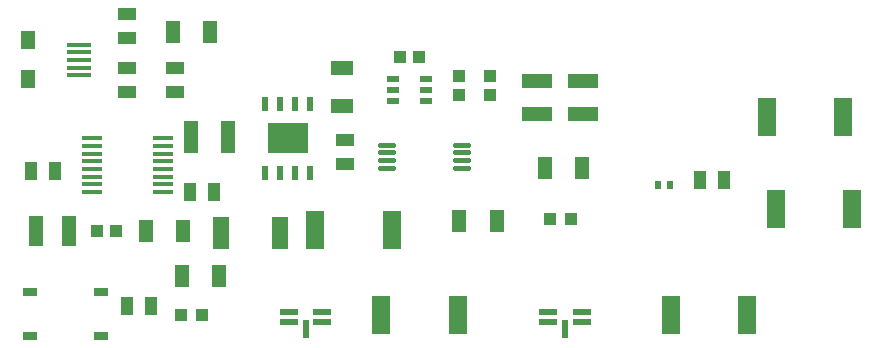
<source format=gtp>
G04 Layer: TopPasteMaskLayer*
G04 EasyEDA v6.3.43, 2020-05-24T14:51:43+02:00*
G04 8b069e2c24b14efe805d348ad6be2aff,234966f79ee84ceb97ee69e44186daaf,10*
G04 Gerber Generator version 0.2*
G04 Scale: 100 percent, Rotated: No, Reflected: No *
G04 Dimensions in millimeters *
G04 leading zeros omitted , absolute positions ,3 integer and 3 decimal *
%FSLAX33Y33*%
%MOMM*%
G90*
G71D02*

%ADD16C,0.399999*%
%ADD18R,1.803400X0.406400*%
%ADD19R,0.999998X1.099998*%
%ADD20R,2.599995X1.299997*%
%ADD21R,1.299997X2.599995*%
%ADD22R,1.599997X3.299993*%
%ADD23R,1.550010X0.999998*%
%ADD24R,1.999996X0.450012*%
%ADD25R,1.199896X1.599997*%
%ADD26R,0.999998X1.550010*%
%ADD27R,1.399997X2.699995*%
%ADD28R,1.099998X0.999998*%
%ADD29R,0.499999X0.799998*%
%ADD30R,0.999998X0.550012*%
%ADD31R,1.299997X0.699999*%
%ADD32R,1.599946X0.519989*%
%ADD33R,0.599948X1.599946*%
%ADD34R,1.599997X0.519989*%
%ADD35R,1.199998X1.899996*%
%ADD36R,0.480060X1.299997*%
%ADD37R,3.499866X2.499995*%
%ADD38R,1.899996X1.199998*%
%ADD39R,1.199998X2.699995*%

%LPD*%
G54D16*
G01X30793Y17866D02*
G01X31893Y17866D01*
G01X30793Y17216D02*
G01X31893Y17216D01*
G01X30793Y16565D02*
G01X31893Y16565D01*
G01X30793Y15915D02*
G01X31893Y15915D01*
G01X37194Y17866D02*
G01X38294Y17866D01*
G01X37194Y17216D02*
G01X38294Y17216D01*
G01X37194Y16565D02*
G01X38294Y16565D01*
G01X37194Y15915D02*
G01X38294Y15915D01*
G54D18*
G01X12397Y18404D03*
G01X12397Y17754D03*
G01X12397Y17104D03*
G01X12397Y16453D03*
G01X12397Y15804D03*
G01X12397Y15153D03*
G01X12397Y14503D03*
G01X12397Y13853D03*
G01X6398Y13853D03*
G01X6398Y14503D03*
G01X6398Y15153D03*
G01X6398Y15804D03*
G01X6398Y16453D03*
G01X6398Y17104D03*
G01X6398Y17754D03*
G01X6398Y18404D03*
G54D19*
G01X13959Y3429D03*
G01X15759Y3429D03*
G01X47000Y11557D03*
G01X45200Y11557D03*
G54D20*
G01X48006Y20443D03*
G01X48006Y23244D03*
G54D21*
G01X4448Y10541D03*
G01X1647Y10541D03*
G54D22*
G01X25325Y10668D03*
G01X31825Y10668D03*
G01X37412Y3429D03*
G01X30913Y3429D03*
G01X61923Y3429D03*
G01X55424Y3429D03*
G01X70051Y20193D03*
G01X63552Y20193D03*
G01X70813Y12446D03*
G01X64314Y12446D03*
G54D23*
G01X13462Y24367D03*
G01X13462Y22368D03*
G01X9398Y24367D03*
G01X9398Y22368D03*
G54D20*
G01X44069Y20443D03*
G01X44069Y23244D03*
G54D24*
G01X5330Y23729D03*
G01X5330Y24379D03*
G01X5330Y25029D03*
G01X5330Y25679D03*
G01X5330Y26329D03*
G54D25*
G01X1019Y23423D03*
G01X1035Y26702D03*
G54D26*
G01X9414Y4191D03*
G01X11413Y4191D03*
G01X57928Y14859D03*
G01X59927Y14859D03*
G54D27*
G01X22311Y10414D03*
G01X17311Y10414D03*
G54D28*
G01X40132Y22059D03*
G01X40132Y23659D03*
G01X37465Y22059D03*
G01X37465Y23659D03*
G54D19*
G01X32473Y25273D03*
G01X34073Y25273D03*
G01X6819Y10541D03*
G01X8419Y10541D03*
G54D29*
G01X54363Y14478D03*
G01X55363Y14478D03*
G54D30*
G01X34674Y23428D03*
G01X34674Y22479D03*
G01X34674Y21529D03*
G01X31873Y21529D03*
G01X31873Y22479D03*
G01X31873Y23428D03*
G54D31*
G01X7190Y1705D03*
G01X1191Y1705D03*
G01X7190Y5406D03*
G01X1191Y5406D03*
G54D23*
G01X27813Y16272D03*
G01X27813Y18271D03*
G01X9398Y28939D03*
G01X9398Y26940D03*
G54D32*
G01X25935Y3703D03*
G01X25943Y2872D03*
G54D33*
G01X24511Y2260D03*
G54D32*
G01X23078Y2872D03*
G54D34*
G01X23073Y3703D03*
G54D32*
G01X47906Y3703D03*
G01X47914Y2872D03*
G54D33*
G01X46482Y2260D03*
G54D32*
G01X45049Y2872D03*
G54D34*
G01X45044Y3703D03*
G54D35*
G01X16459Y27432D03*
G01X13259Y27432D03*
G54D26*
G01X16747Y13843D03*
G01X14748Y13843D03*
G01X3285Y15621D03*
G01X1286Y15621D03*
G54D36*
G01X21082Y15506D03*
G01X22352Y15506D03*
G01X23622Y15506D03*
G01X24892Y15506D03*
G01X24892Y21323D03*
G01X23622Y21323D03*
G01X22352Y21323D03*
G01X21082Y21323D03*
G54D37*
G01X22987Y18415D03*
G54D35*
G01X37516Y11430D03*
G01X40716Y11430D03*
G54D38*
G01X27559Y24332D03*
G01X27559Y21132D03*
G54D35*
G01X14172Y10541D03*
G01X10972Y10541D03*
G01X17220Y6731D03*
G01X14020Y6731D03*
G01X44755Y15875D03*
G01X47955Y15875D03*
G54D39*
G01X17982Y18542D03*
G01X14783Y18542D03*
M00*
M02*

</source>
